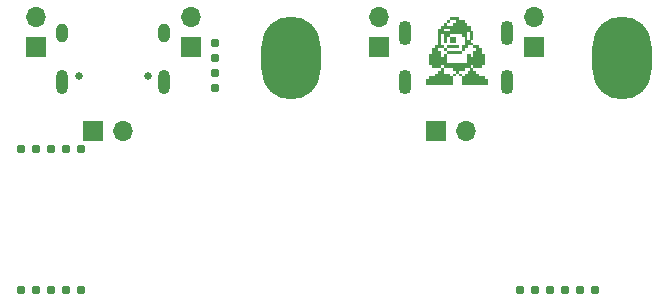
<source format=gbr>
%TF.GenerationSoftware,KiCad,Pcbnew,(6.0.10)*%
%TF.CreationDate,2023-01-23T13:10:33-05:00*%
%TF.ProjectId,nfdb_mkii,6e666462-5f6d-46b6-9969-2e6b69636164,rev?*%
%TF.SameCoordinates,Original*%
%TF.FileFunction,Soldermask,Bot*%
%TF.FilePolarity,Negative*%
%FSLAX46Y46*%
G04 Gerber Fmt 4.6, Leading zero omitted, Abs format (unit mm)*
G04 Created by KiCad (PCBNEW (6.0.10)) date 2023-01-23 13:10:33*
%MOMM*%
%LPD*%
G01*
G04 APERTURE LIST*
%ADD10C,0.787400*%
%ADD11R,1.700000X1.700000*%
%ADD12O,1.700000X1.700000*%
%ADD13C,0.650000*%
%ADD14O,1.000000X2.100000*%
%ADD15O,1.000000X1.600000*%
%ADD16O,5.000000X7.000000*%
%ADD17O,1.100000X2.100000*%
G04 APERTURE END LIST*
G36*
X142422680Y-23990202D02*
G01*
X142422680Y-24701915D01*
X142177664Y-24701915D01*
X142177664Y-24970266D01*
X142422680Y-24970266D01*
X142422680Y-25168612D01*
X141920980Y-25168612D01*
X141920980Y-25425296D01*
X141664297Y-25425296D01*
X141664297Y-25681980D01*
X141419281Y-25681980D01*
X141419281Y-25880326D01*
X140170865Y-25880326D01*
X140170865Y-26627042D01*
X141909313Y-26627042D01*
X141909313Y-25880326D01*
X142177664Y-25880326D01*
X142177664Y-26137009D01*
X142422680Y-26137009D01*
X142422680Y-25681980D01*
X142667696Y-25681980D01*
X142667696Y-25425296D01*
X142422680Y-25425296D01*
X142422680Y-25168612D01*
X142912712Y-25168612D01*
X142912712Y-25425296D01*
X143169396Y-25425296D01*
X143169396Y-25880326D01*
X143426079Y-25880326D01*
X143426079Y-26860390D01*
X143169396Y-26860390D01*
X143169396Y-27082071D01*
X142422680Y-27082071D01*
X142422680Y-27327087D01*
X142666932Y-27327087D01*
X142673530Y-27589605D01*
X142912712Y-27596255D01*
X142912712Y-27793785D01*
X143426079Y-27793785D01*
X143426079Y-28050468D01*
X143671095Y-28050468D01*
X143671095Y-28493831D01*
X141419281Y-28493831D01*
X141419281Y-27793785D01*
X141174265Y-27793785D01*
X141174265Y-27595438D01*
X140905914Y-27595438D01*
X140905914Y-27793785D01*
X140660898Y-27793785D01*
X140660898Y-28493831D01*
X138409083Y-28493831D01*
X138409083Y-28050468D01*
X138654099Y-28050468D01*
X138654099Y-27793785D01*
X139155799Y-27793785D01*
X139155799Y-27595438D01*
X139412482Y-27595438D01*
X139914182Y-27595438D01*
X140415882Y-27595438D01*
X140415882Y-27793785D01*
X140660898Y-27793785D01*
X140660898Y-27583771D01*
X140905914Y-27583771D01*
X141174265Y-27583771D01*
X141419281Y-27583771D01*
X141419281Y-27793785D01*
X141664297Y-27793785D01*
X141664297Y-27595438D01*
X141920980Y-27595438D01*
X141920980Y-27338755D01*
X142165996Y-27338755D01*
X142165996Y-27082071D01*
X141664297Y-27082071D01*
X141664297Y-27327087D01*
X141174265Y-27327087D01*
X141174265Y-27583771D01*
X140905914Y-27583771D01*
X140905914Y-27327087D01*
X140660898Y-27327087D01*
X140660898Y-27082071D01*
X139914182Y-27082071D01*
X139914182Y-27595438D01*
X139412482Y-27595438D01*
X139412482Y-27327087D01*
X139657498Y-27327087D01*
X139657498Y-27082071D01*
X138910783Y-27082071D01*
X138910783Y-26860390D01*
X139657498Y-26860390D01*
X139657498Y-27082071D01*
X139914182Y-27082071D01*
X139914182Y-26860390D01*
X142177664Y-26860390D01*
X142177664Y-27082071D01*
X142422680Y-27082071D01*
X142422680Y-26860390D01*
X142177664Y-26860390D01*
X139914182Y-26860390D01*
X139657498Y-26860390D01*
X138910783Y-26860390D01*
X138654099Y-26860390D01*
X138654099Y-25880326D01*
X138910783Y-25880326D01*
X138910783Y-25681980D01*
X139400815Y-25681980D01*
X139657498Y-25681980D01*
X139657498Y-26137009D01*
X139914182Y-26137009D01*
X139914182Y-25880326D01*
X140159198Y-25880326D01*
X140159198Y-25681980D01*
X139914182Y-25681980D01*
X139914182Y-25425296D01*
X139400815Y-25425296D01*
X139400815Y-25681980D01*
X138910783Y-25681980D01*
X138910783Y-25425296D01*
X139155799Y-25425296D01*
X139155799Y-25168612D01*
X139412482Y-25168612D01*
X139657498Y-25168612D01*
X139914182Y-25168612D01*
X139914182Y-25425296D01*
X140159198Y-25425296D01*
X140159198Y-25168365D01*
X140663814Y-25171405D01*
X141168431Y-25174446D01*
X141171742Y-25299871D01*
X141175054Y-25425296D01*
X140170865Y-25425296D01*
X140170865Y-25681980D01*
X141419281Y-25681980D01*
X141419281Y-25168612D01*
X141664297Y-25168612D01*
X141664297Y-24701915D01*
X141909313Y-24701915D01*
X142165996Y-24701915D01*
X142165996Y-24001869D01*
X141909313Y-24001869D01*
X141909313Y-24701915D01*
X141664297Y-24701915D01*
X141664297Y-24456899D01*
X141419281Y-24456899D01*
X141419281Y-24223550D01*
X140404214Y-24223550D01*
X140404214Y-24456899D01*
X140170865Y-24456899D01*
X140170865Y-24970266D01*
X139914182Y-24970266D01*
X139914182Y-24223550D01*
X139657498Y-24223550D01*
X139657498Y-25168612D01*
X139412482Y-25168612D01*
X139412482Y-23768521D01*
X139657498Y-23768521D01*
X139914182Y-23768521D01*
X139914182Y-23990202D01*
X140404214Y-23990202D01*
X140404214Y-23768521D01*
X139914182Y-23768521D01*
X139657498Y-23768521D01*
X139657498Y-23511837D01*
X139914182Y-23511837D01*
X140170865Y-23511837D01*
X140660898Y-23511837D01*
X140660898Y-23255154D01*
X140905914Y-23255154D01*
X140905914Y-23056807D01*
X140415882Y-23056807D01*
X140415882Y-23266821D01*
X140170865Y-23266821D01*
X140170865Y-23511837D01*
X139914182Y-23511837D01*
X139914182Y-23255154D01*
X140159198Y-23255154D01*
X140159198Y-23056807D01*
X140415882Y-23056807D01*
X140415882Y-22800124D01*
X141174265Y-22800124D01*
X141174265Y-23056807D01*
X141664297Y-23056807D01*
X141664297Y-23255154D01*
X141909313Y-23255154D01*
X141909313Y-23511837D01*
X142177664Y-23511837D01*
X142177664Y-23990202D01*
X142422680Y-23990202D01*
G37*
G36*
X140905914Y-24970266D02*
G01*
X140404214Y-24970266D01*
X140404214Y-24456899D01*
X140905914Y-24456899D01*
X140905914Y-24970266D01*
G37*
D10*
X104073950Y-33924000D03*
X107883950Y-33924000D03*
X109153950Y-33924000D03*
X105343950Y-33924000D03*
X106613950Y-33924000D03*
X120573200Y-24977000D03*
X120573200Y-28787000D03*
X120573200Y-26247000D03*
X120573200Y-27517000D03*
D11*
X118533200Y-25318000D03*
D12*
X118533200Y-22778000D03*
D11*
X147563451Y-25318000D03*
D12*
X147563451Y-22778000D03*
D13*
X114824000Y-27742000D03*
X109044000Y-27742000D03*
D14*
X107614000Y-28272000D03*
D15*
X116254000Y-24092000D03*
D14*
X116254000Y-28272000D03*
D15*
X107614000Y-24092000D03*
D10*
X104073950Y-45894000D03*
X106613950Y-45894000D03*
X107883950Y-45894000D03*
X105343950Y-45894000D03*
X109153950Y-45894000D03*
D16*
X154964251Y-26209000D03*
D10*
X147621000Y-45894000D03*
X152701000Y-45894000D03*
X146351000Y-45894000D03*
X148891000Y-45894000D03*
X150161000Y-45894000D03*
X151431000Y-45894000D03*
D11*
X134406251Y-25318000D03*
D12*
X134406251Y-22778000D03*
D11*
X110234000Y-32418000D03*
D12*
X112774000Y-32418000D03*
D11*
X105376000Y-25318000D03*
D12*
X105376000Y-22778000D03*
D11*
X139264251Y-32418000D03*
D12*
X141804251Y-32418000D03*
D16*
X126964251Y-26209000D03*
D17*
X145284251Y-28272000D03*
X136644251Y-28272000D03*
X136644251Y-24092000D03*
X145284251Y-24092000D03*
M02*

</source>
